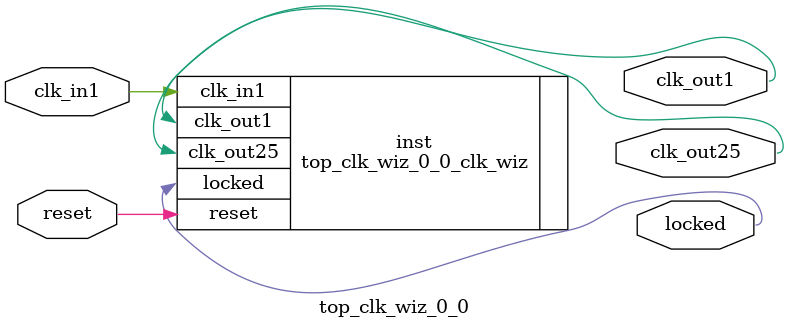
<source format=v>


`timescale 1ps/1ps

(* CORE_GENERATION_INFO = "top_clk_wiz_0_0,clk_wiz_v6_0_13_0_0,{component_name=top_clk_wiz_0_0,use_phase_alignment=true,use_min_o_jitter=false,use_max_i_jitter=false,use_dyn_phase_shift=false,use_inclk_switchover=false,use_dyn_reconfig=false,enable_axi=0,feedback_source=FDBK_AUTO,PRIMITIVE=PLL,num_out_clk=2,clkin1_period=10.000,clkin2_period=10.000,use_power_down=false,use_reset=true,use_locked=true,use_inclk_stopped=false,feedback_type=SINGLE,CLOCK_MGR_TYPE=NA,manual_override=false}" *)

module top_clk_wiz_0_0 
 (
  // Clock out ports
  output        clk_out1,
  output        clk_out25,
  // Status and control signals
  input         reset,
  output        locked,
 // Clock in ports
  input         clk_in1
 );

  top_clk_wiz_0_0_clk_wiz inst
  (
  // Clock out ports  
  .clk_out1(clk_out1),
  .clk_out25(clk_out25),
  // Status and control signals               
  .reset(reset), 
  .locked(locked),
 // Clock in ports
  .clk_in1(clk_in1)
  );

endmodule

</source>
